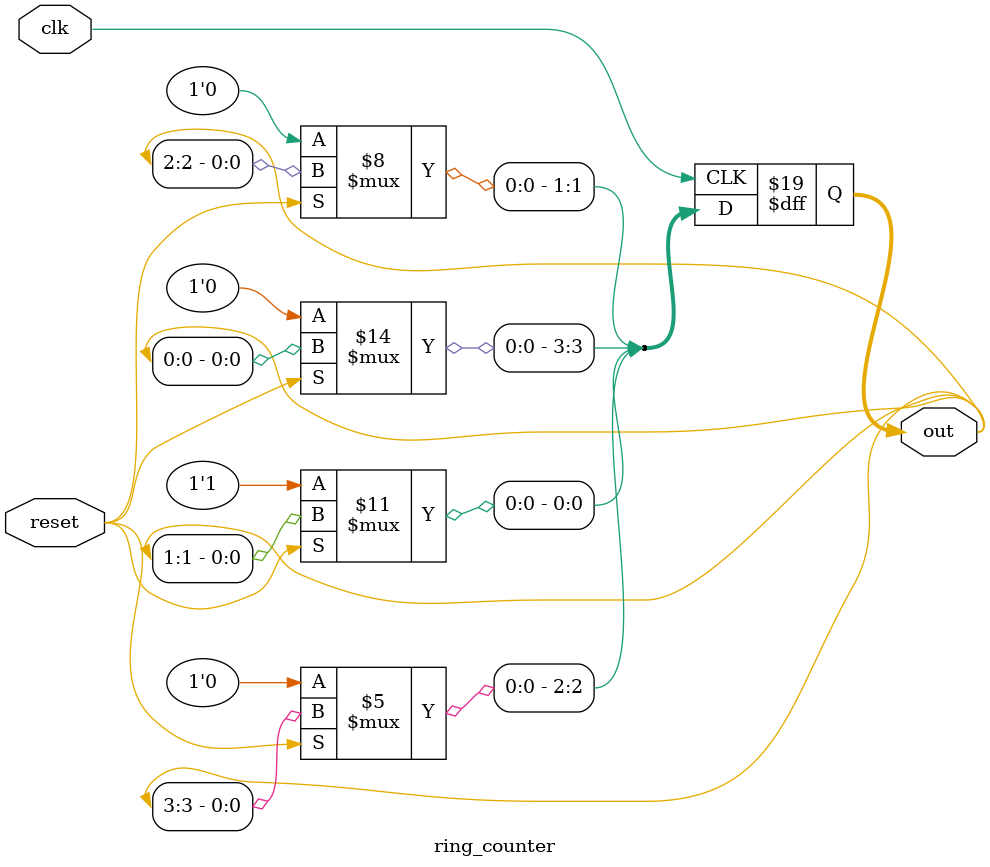
<source format=v>
module ring_counter  #(parameter WIDTH=4)   
  ( input clk,                  
    input reset,  
    output reg [WIDTH-1:0]out);  
  integer i;
  always @ (posedge clk) begin  
    if (!reset)  
         out<=1;  
      else begin  
        out[WIDTH-1]<=out[0];  
        for(i=0;i<WIDTH-1;i=i+1) begin  
          out[i]<=out[i+1];  
        end  
      end  
  end  
endmodule 

</source>
